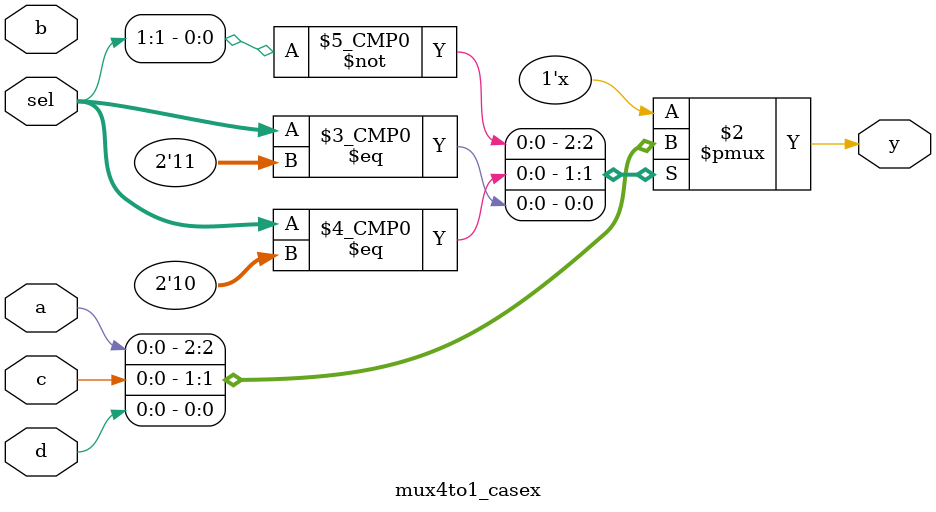
<source format=v>
module mux4to1_casex (
	input  [1:0] sel,   
	input  a, b, c, d,  
	output reg y        
);

	always @(*) begin
		casex (sel)
    			2'b0x: y = a; 
         		2'b10: y = c;  
          		2'b11: y = d; 
	        	default: y = 1'bx; 
		endcase
	end
endmodule


</source>
